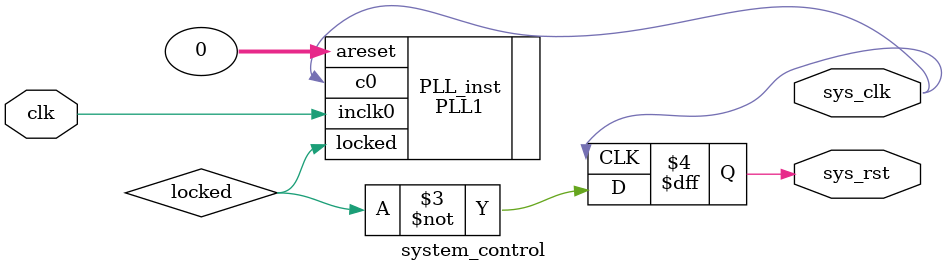
<source format=v>
module system_control(
	input clk,
	output sys_clk,
	output reg sys_rst
);
	wire locked;
	
	PLL1 PLL_inst
	(
		.areset(0),
		.inclk0(clk),
		.c0(sys_clk),
		.locked(locked)
	);
	
	always@(posedge sys_clk)begin
		sys_rst<=~locked;
	end
endmodule

</source>
